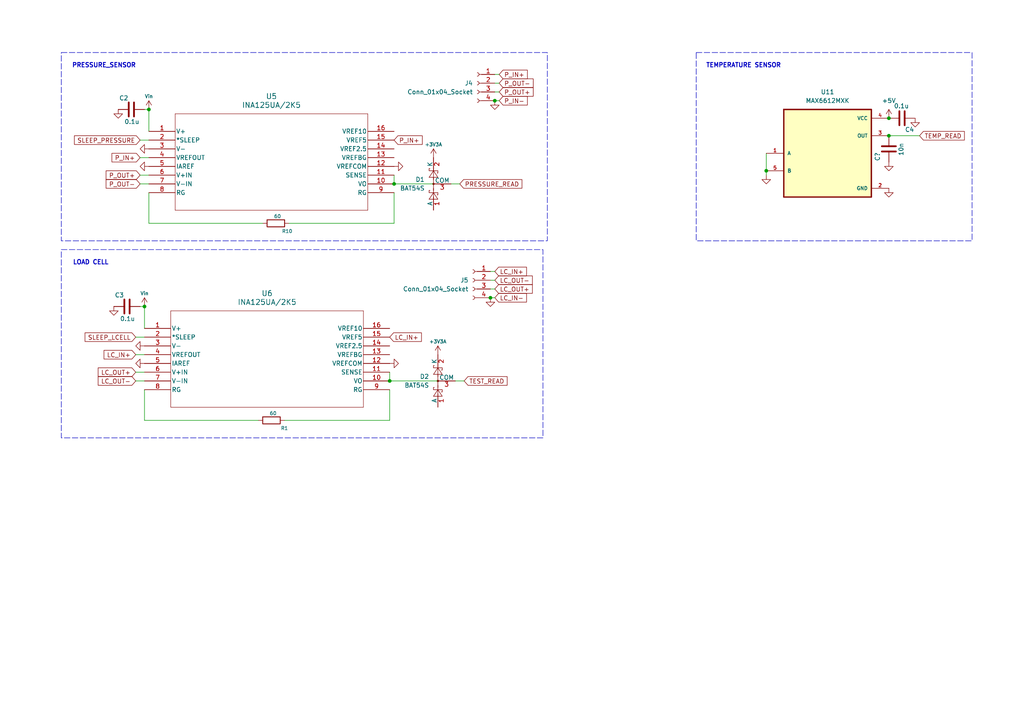
<source format=kicad_sch>
(kicad_sch (version 20250114) (generator "eeschema") (generator_version "9.0")
  (paper "A4")
  (lib_symbols
    (symbol "2026-01-14_14-23-56:INA125UA_2K5" (pin_names (offset 0.254))
      (property "Reference" "U" (at 35.56 10.16 0))
      (property "Value" "INA125UA/2K5" (at 35.56 7.62 0))
      (symbol "INA125UA_2K5_0_1"
        (polyline (pts (xy 7.62 5.08) (xy 7.62 -22.86)) (stroke (width 0.127)))
        (polyline (pts (xy 7.62 -22.86) (xy 63.5 -22.86)) (stroke (width 0.127)))
        (polyline (pts (xy 63.5 5.08) (xy 7.62 5.08)) (stroke (width 0.127)))
        (polyline (pts (xy 63.5 -22.86) (xy 63.5 5.08)) (stroke (width 0.127)))
        (pin power_in line (at 0 0 0) (length 7.62) (name "V+") (number "1"))
        (pin unspecified line (at 0 -2.54 0) (length 7.62) (name "*SLEEP") (number "2"))
        (pin power_in line (at 0 -5.08 0) (length 7.62) (name "V-") (number "3"))
        (pin output line (at 0 -7.62 0) (length 7.62) (name "VREFOUT") (number "4"))
        (pin unspecified line (at 0 -10.16 0) (length 7.62) (name "IAREF") (number "5"))
        (pin input line (at 0 -12.7 0) (length 7.62) (name "V+IN") (number "6"))
        (pin input line (at 0 -15.24 0) (length 7.62) (name "V-IN") (number "7"))
        (pin unspecified line (at 0 -17.78 0) (length 7.62) (name "RG") (number "8"))
        (pin power_in line (at 71.12 0 180) (length 7.62) (name "VREF10") (number "16"))
        (pin power_in line (at 71.12 -2.54 180) (length 7.62) (name "VREF5") (number "15"))
        (pin power_in line (at 71.12 -5.08 180) (length 7.62) (name "VREF2.5") (number "14"))
        (pin power_in line (at 71.12 -7.62 180) (length 7.62) (name "VREFBG") (number "13"))
        (pin power_in line (at 71.12 -10.16 180) (length 7.62) (name "VREFCOM") (number "12"))
        (pin unspecified line (at 71.12 -12.7 180) (length 7.62) (name "SENSE") (number "11"))
        (pin output line (at 71.12 -15.24 180) (length 7.62) (name "VO") (number "10"))
        (pin unspecified line (at 71.12 -17.78 180) (length 7.62) (name "RG") (number "9"))
      )
    )
    (symbol "Connector:Conn_01x04_Socket" (pin_names (offset 1.016) (hide yes))
      (property "Reference" "J" (at 0 5.08 0))
      (property "Value" "Conn_01x04_Socket" (at 0 -7.62 0))
      (symbol "Conn_01x04_Socket_1_1"
        (polyline (pts (xy -1.27 2.54) (xy -0.508 2.54)) (stroke (width 0.1524)))
        (polyline (pts (xy -1.27 0) (xy -0.508 0)) (stroke (width 0.1524)))
        (polyline (pts (xy -1.27 -2.54) (xy -0.508 -2.54)) (stroke (width 0.1524)))
        (polyline (pts (xy -1.27 -5.08) (xy -0.508 -5.08)) (stroke (width 0.1524)))
        (arc (start 0 2.032) (mid -0.5058 2.54) (end 0 3.048) (stroke (width 0.1524)))
        (arc (start 0 -0.508) (mid -0.5058 0) (end 0 0.508) (stroke (width 0.1524)))
        (arc (start 0 -3.048) (mid -0.5058 -2.54) (end 0 -2.032) (stroke (width 0.1524)))
        (arc (start 0 -5.588) (mid -0.5058 -5.08) (end 0 -4.572) (stroke (width 0.1524)))
        (pin passive line (at -5.08 2.54 0) (length 3.81) (name "Pin_1") (number "1"))
        (pin passive line (at -5.08 0 0) (length 3.81) (name "Pin_2") (number "2"))
        (pin passive line (at -5.08 -2.54 0) (length 3.81) (name "Pin_3") (number "3"))
        (pin passive line (at -5.08 -5.08 0) (length 3.81) (name "Pin_4") (number "4"))
      )
    )
    (symbol "Device:C" (pin_numbers (hide yes)) (pin_names (offset 0.254))
      (property "Reference" "C" (at 0.635 2.54 0))
      (property "Value" "C" (at 0.635 -2.54 0))
      (symbol "C_0_1"
        (polyline (pts (xy -2.032 0.762) (xy 2.032 0.762)) (stroke (width 0.508)))
        (polyline (pts (xy -2.032 -0.762) (xy 2.032 -0.762)) (stroke (width 0.508)))
      )
      (symbol "C_1_1"
        (pin passive line (at 0 3.81 270) (length 2.794) (name "~") (number "1"))
        (pin passive line (at 0 -3.81 90) (length 2.794) (name "~") (number "2"))
      )
    )
    (symbol "Device:R" (pin_numbers (hide yes)) (pin_names (offset 0))
      (property "Reference" "R" (at 2.032 0 90))
      (property "Value" "R" (at 0 0 90))
      (symbol "R_0_1"
        (rectangle (start -1.016 -2.54) (end 1.016 2.54) (stroke (width 0.254)))
      )
      (symbol "R_1_1"
        (pin passive line (at 0 3.81 270) (length 1.27) (name "~") (number "1"))
        (pin passive line (at 0 -3.81 90) (length 1.27) (name "~") (number "2"))
      )
    )
    (symbol "Diode:BAT54S" (pin_names (offset 0))
      (property "Reference" "D" (at 2.54 -5.08 0))
      (property "Value" "BAT54S" (at -6.35 3.175 0))
      (symbol "BAT54S_0_1"
        (polyline (pts (xy -4.445 1.27) (xy -4.445 -1.27) (xy -2.54 0) (xy -4.445 1.27)))
        (polyline (pts (xy -3.81 0) (xy -1.27 0)))
        (polyline (pts (xy -3.175 -1.27) (xy -3.175 -1.016)))
        (polyline (pts (xy -2.54 1.27) (xy -1.905 1.27)))
        (polyline (pts (xy -2.54 -1.27) (xy -3.175 -1.27)))
        (polyline (pts (xy -2.54 -1.27) (xy -2.54 1.27)))
        (polyline (pts (xy -1.905 1.27) (xy -1.905 1.016)))
        (polyline (pts (xy -1.905 0) (xy 1.905 0)))
        (circle (center 0 0) (radius 0.254) (fill (type outline)))
        (polyline (pts (xy 1.27 0) (xy 3.81 0)))
        (polyline (pts (xy 1.905 1.27) (xy 1.905 -1.27) (xy 3.81 0) (xy 1.905 1.27)))
        (polyline (pts (xy 3.175 -1.27) (xy 3.175 -1.016)))
        (polyline (pts (xy 3.81 1.27) (xy 4.445 1.27)))
        (polyline (pts (xy 3.81 -1.27) (xy 3.175 -1.27)))
        (polyline (pts (xy 3.81 -1.27) (xy 3.81 1.27)))
        (polyline (pts (xy 4.445 1.27) (xy 4.445 1.016)))
      )
      (symbol "BAT54S_1_1"
        (pin passive line (at -7.62 0 0) (length 3.81) (name "A") (number "1"))
        (pin passive line (at 0 -5.08 90) (length 5.08) (name "COM") (number "3"))
        (pin passive line (at 7.62 0 180) (length 3.81) (name "K") (number "2"))
      )
    )
    (symbol "MAX6612MXK:MAX6612MXK" (pin_names (offset 1.016))
      (property "Reference" "U" (at -12.7 13.7 0))
      (property "Value" "MAX6612MXK" (at -12.7 -16.7 0))
      (symbol "MAX6612MXK_0_0"
        (rectangle (start -12.7 -12.7) (end 12.7 12.7) (stroke (width 0.41)) (fill (type background)))
        (pin bidirectional line (at -17.78 0 0) (length 5.08) (name "A") (number "1"))
        (pin bidirectional line (at -17.78 -5.08 0) (length 5.08) (name "B") (number "5"))
        (pin power_in line (at 17.78 10.16 180) (length 5.08) (name "VCC") (number "4"))
        (pin output line (at 17.78 5.08 180) (length 5.08) (name "OUT") (number "3"))
        (pin power_in line (at 17.78 -10.16 180) (length 5.08) (name "GND") (number "2"))
      )
    )
    (symbol "power:+12V" (power) (pin_names (offset 0))
      (property "Value" "+12V" (at 0 3.556 0))
      (symbol "+12V_0_1"
        (polyline (pts (xy -0.762 1.27) (xy 0 2.54)))
        (polyline (pts (xy 0 2.54) (xy 0.762 1.27)))
        (polyline (pts (xy 0 0) (xy 0 2.54)))
      )
      (symbol "+12V_1_1"
        (pin power_in line (at 0 0 90) (length 0) (hide yes) (name "+12V") (number "1"))
      )
    )
    (symbol "power:+3V3" (power) (pin_names (offset 0))
      (property "Value" "+3V3" (at 0 3.556 0))
      (symbol "+3V3_0_1"
        (polyline (pts (xy -0.762 1.27) (xy 0 2.54)))
        (polyline (pts (xy 0 2.54) (xy 0.762 1.27)))
        (polyline (pts (xy 0 0) (xy 0 2.54)))
      )
      (symbol "+3V3_1_1"
        (pin power_in line (at 0 0 90) (length 0) (hide yes) (name "+3V3") (number "1"))
      )
    )
    (symbol "power:+5V" (power) (pin_numbers (hide yes)) (pin_names (offset 0) (hide yes))
      (property "Value" "+5V" (at 0 3.556 0))
      (symbol "+5V_0_1"
        (polyline (pts (xy -0.762 1.27) (xy 0 2.54)))
        (polyline (pts (xy 0 2.54) (xy 0.762 1.27)))
        (polyline (pts (xy 0 0) (xy 0 2.54)))
      )
      (symbol "+5V_1_1"
        (pin power_in line (at 0 0 90) (length 0) (name "~") (number "1"))
      )
    )
    (symbol "power:GND" (power) (pin_names (offset 0))
      (property "Value" "GND" (at 0 -3.81 0))
      (symbol "GND_0_1"
        (polyline (pts (xy 0 0) (xy 0 -1.27) (xy 1.27 -1.27) (xy 0 -2.54) (xy -1.27 -1.27) (xy 0 -1.27)))
      )
      (symbol "GND_1_1"
        (pin power_in line (at 0 0 270) (length 0) (hide yes) (name "GND") (number "1"))
      )
    )
  )
  (rectangle (start 201.93 15.24) (end 281.94 69.85) (stroke (width 0) (type dash)))
  (rectangle (start 17.78 15.24) (end 158.75 69.85) (stroke (width 0) (type dash)))
  (rectangle (start 17.78 72.39) (end 157.48 127) (stroke (width 0) (type dash)))
  (text "TEMPERATURE SENSOR" (at 204.724 19.812 0) (effects (font (size 1.27 1.27) (thickness 0.254) (bold yes)) (justify left bottom)))
  (text "LOAD CELL" (at 21.082 76.962 0) (effects (font (size 1.27 1.27) (thickness 0.254) (bold yes)) (justify left bottom)))
  (text "PRESSURE_SENSOR" (at 20.828 19.812 0) (effects (font (size 1.27 1.27) (thickness 0.254) (bold yes)) (justify left bottom)))
  (junction (at 41.91 88.9))
  (junction (at 257.81 34.29))
  (junction (at 257.81 39.37))
  (junction (at 114.3 53.34))
  (junction (at 142.24 86.36))
  (junction (at 113.03 110.49))
  (junction (at 222.25 49.53))
  (junction (at 143.51 29.21))
  (junction (at 43.18 31.75))
  (wire (pts (xy 114.3 50.8) (xy 114.3 53.34)))
  (wire (pts (xy 41.91 95.25) (xy 41.91 88.9)))
  (wire (pts (xy 257.81 39.37) (xy 266.7 39.37)))
  (wire (pts (xy 144.78 24.13) (xy 143.51 24.13)))
  (wire (pts (xy 144.78 21.59) (xy 143.51 21.59)))
  (wire (pts (xy 114.3 64.77) (xy 114.3 55.88)))
  (wire (pts (xy 41.91 121.92) (xy 41.91 113.03)))
  (wire (pts (xy 39.37 110.49) (xy 41.91 110.49)))
  (wire (pts (xy 143.51 78.74) (xy 142.24 78.74)))
  (wire (pts (xy 76.2 64.77) (xy 43.18 64.77)))
  (wire (pts (xy 113.03 107.95) (xy 113.03 110.49)))
  (wire (pts (xy 43.18 31.75) (xy 41.91 31.75)))
  (wire (pts (xy 40.64 40.64) (xy 43.18 40.64)))
  (wire (pts (xy 41.91 88.9) (xy 40.64 88.9)))
  (wire (pts (xy 113.03 110.49) (xy 127 110.49)))
  (wire (pts (xy 74.93 121.92) (xy 41.91 121.92)))
  (wire (pts (xy 39.37 102.87) (xy 41.91 102.87)))
  (wire (pts (xy 144.78 29.21) (xy 143.51 29.21)))
  (wire (pts (xy 43.18 64.77) (xy 43.18 55.88)))
  (wire (pts (xy 144.78 26.67) (xy 143.51 26.67)))
  (wire (pts (xy 222.25 50.8) (xy 222.25 49.53)))
  (wire (pts (xy 143.51 81.28) (xy 142.24 81.28)))
  (wire (pts (xy 43.18 38.1) (xy 43.18 31.75)))
  (wire (pts (xy 40.64 50.8) (xy 43.18 50.8)))
  (wire (pts (xy 143.51 83.82) (xy 142.24 83.82)))
  (wire (pts (xy 39.37 97.79) (xy 41.91 97.79)))
  (wire (pts (xy 82.55 121.92) (xy 113.03 121.92)))
  (wire (pts (xy 134.62 110.49) (xy 132.08 110.49)))
  (wire (pts (xy 83.82 64.77) (xy 114.3 64.77)))
  (wire (pts (xy 114.3 53.34) (xy 125.73 53.34)))
  (wire (pts (xy 130.81 53.34) (xy 133.35 53.34)))
  (wire (pts (xy 222.25 44.45) (xy 222.25 49.53)))
  (wire (pts (xy 40.64 53.34) (xy 43.18 53.34)))
  (wire (pts (xy 39.37 107.95) (xy 41.91 107.95)))
  (wire (pts (xy 113.03 121.92) (xy 113.03 113.03)))
  (wire (pts (xy 40.64 45.72) (xy 43.18 45.72)))
  (wire (pts (xy 143.51 86.36) (xy 142.24 86.36)))
  (global_label "P_OUT+" (shape input) (at 144.78 26.67 0) (property "Intersheetrefs" "${INTERSHEET_REFS}" (effects (hide yes))))
  (global_label "LC_OUT-" (shape input) (at 143.51 81.28 0) (property "Intersheetrefs" "${INTERSHEET_REFS}" (effects (hide yes))))
  (global_label "P_OUT+" (shape input) (at 40.64 50.8 180) (property "Intersheetrefs" "${INTERSHEET_REFS}" (effects (hide yes))))
  (global_label "LC_IN+" (shape input) (at 143.51 78.74 0) (property "Intersheetrefs" "${INTERSHEET_REFS}" (effects (hide yes))))
  (global_label "P_IN+" (shape input) (at 40.64 45.72 180) (property "Intersheetrefs" "${INTERSHEET_REFS}" (effects (hide yes))))
  (global_label "P_IN+" (shape input) (at 144.78 21.59 0) (property "Intersheetrefs" "${INTERSHEET_REFS}" (effects (hide yes))))
  (global_label "P_OUT-" (shape input) (at 40.64 53.34 180) (property "Intersheetrefs" "${INTERSHEET_REFS}" (effects (hide yes))))
  (global_label "P_IN+" (shape input) (at 114.3 40.64 0) (property "Intersheetrefs" "${INTERSHEET_REFS}" (effects (hide yes))))
  (global_label "LC_IN-" (shape input) (at 143.51 86.36 0) (property "Intersheetrefs" "${INTERSHEET_REFS}" (effects (hide yes))))
  (global_label "SLEEP_PRESSURE" (shape input) (at 40.64 40.64 180) (property "Intersheetrefs" "${INTERSHEET_REFS}" (effects (hide yes))))
  (global_label "PRESSURE_READ" (shape input) (at 133.35 53.34 0) (property "Intersheetrefs" "${INTERSHEET_REFS}" (effects (hide yes))))
  (global_label "LC_OUT+" (shape input) (at 39.37 107.95 180) (property "Intersheetrefs" "${INTERSHEET_REFS}" (effects (hide yes))))
  (global_label "SLEEP_LCELL" (shape input) (at 39.37 97.79 180) (property "Intersheetrefs" "${INTERSHEET_REFS}" (effects (hide yes))))
  (global_label "LC_OUT-" (shape input) (at 39.37 110.49 180) (property "Intersheetrefs" "${INTERSHEET_REFS}" (effects (hide yes))))
  (global_label "TEMP_READ" (shape input) (at 266.7 39.37 0) (property "Intersheetrefs" "${INTERSHEET_REFS}" (effects (hide yes))))
  (global_label "LC_OUT+" (shape input) (at 143.51 83.82 0) (property "Intersheetrefs" "${INTERSHEET_REFS}" (effects (hide yes))))
  (global_label "P_OUT-" (shape input) (at 144.78 24.13 0) (property "Intersheetrefs" "${INTERSHEET_REFS}" (effects (hide yes))))
  (global_label "TEST_READ" (shape input) (at 134.62 110.49 0) (property "Intersheetrefs" "${INTERSHEET_REFS}" (effects (hide yes))))
  (global_label "P_IN-" (shape input) (at 144.78 29.21 0) (property "Intersheetrefs" "${INTERSHEET_REFS}" (effects (hide yes))))
  (global_label "LC_IN+" (shape input) (at 113.03 97.79 0) (property "Intersheetrefs" "${INTERSHEET_REFS}" (effects (hide yes))))
  (global_label "LC_IN+" (shape input) (at 39.37 102.87 180) (property "Intersheetrefs" "${INTERSHEET_REFS}" (effects (hide yes))))
  (symbol (lib_id "Diode:BAT54S") (at 125.73 53.34 90) (unit 1)
    (property "Reference" "D1" (at 123.19 52.0699 90) (effects (justify left)))
    (property "Value" "BAT54S" (at 123.19 54.6099 90) (effects (justify left)))
    (property "Footprint" "Package_TO_SOT_SMD:SOT-23" (effects (hide yes)))
    (property "Datasheet" "https://www.diodes.com/assets/Datasheets/ds11005.pdf" (effects (hide yes)))
    (property "Description" "Vr 30V, If 200mA, Dual schottky barrier diode, in series, SOT-323" (effects (hide yes)))
  )
  (symbol (lib_id "power:GND") (at 265.43 34.29 0) (unit 1)
    (property "Reference" "#PWR083" (effects (hide yes)))
    (property "Value" "GND" (effects (hide yes)))
  )
  (symbol (lib_id "power:GND") (at 43.18 48.26 270) (unit 1)
    (property "Reference" "#PWR07" (effects (hide yes)))
    (property "Value" "GND" (effects (hide yes)))
  )
  (symbol (lib_id "Connector:Conn_01x04_Socket") (at 137.16 81.28 0) (mirror y) (unit 1)
    (property "Reference" "J5" (at 135.89 81.2799 0) (effects (justify left)))
    (property "Value" "Conn_01x04_Socket" (at 135.89 83.8199 0) (effects (justify left)))
    (property "Description" "Generic connector, single row, 01x04, script generated" (effects (hide yes)))
  )
  (symbol (lib_id "Diode:BAT54S") (at 127 110.49 90) (unit 1)
    (property "Reference" "D2" (at 124.46 109.2199 90) (effects (justify left)))
    (property "Value" "BAT54S" (at 124.46 111.7599 90) (effects (justify left)))
    (property "Footprint" "Package_TO_SOT_SMD:SOT-23" (effects (hide yes)))
    (property "Datasheet" "https://www.diodes.com/assets/Datasheets/ds11005.pdf" (effects (hide yes)))
    (property "Description" "Vr 30V, If 200mA, Dual schottky barrier diode, in series, SOT-323" (effects (hide yes)))
  )
  (symbol (lib_id "power:+3V3") (at 127 102.87 0) (unit 1)
    (property "Reference" "#PWR075" (effects (hide yes)))
    (property "Value" "+3V3A" (at 127 99.06 0) (effects (font (size 1 1))))
  )
  (symbol (lib_id "Device:C") (at 261.62 34.29 90) (unit 1)
    (property "Reference" "C4" (at 265.176 37.592 90) (effects (justify left)))
    (property "Value" "0.1u" (at 263.652 30.734 90) (effects (justify left)))
    (property "Description" "Unpolarized capacitor" (effects (hide yes)))
  )
  (symbol (lib_id "power:GND") (at 41.91 100.33 270) (unit 1)
    (property "Reference" "#PWR072" (effects (hide yes)))
    (property "Value" "GND" (effects (hide yes)))
  )
  (symbol (lib_id "power:GND") (at 41.91 105.41 270) (unit 1)
    (property "Reference" "#PWR073" (effects (hide yes)))
    (property "Value" "GND" (effects (hide yes)))
  )
  (symbol (lib_id "power:GND") (at 257.81 46.99 0) (unit 1)
    (property "Reference" "#PWR082" (effects (hide yes)))
    (property "Value" "GND" (effects (hide yes)))
  )
  (symbol (lib_id "power:+3V3") (at 125.73 45.72 0) (unit 1)
    (property "Reference" "#PWR039" (effects (hide yes)))
    (property "Value" "+3V3A" (at 125.73 41.91 0) (effects (font (size 1 1))))
  )
  (symbol (lib_id "Device:C") (at 257.81 43.18 0) (unit 1)
    (property "Reference" "C?" (at 254.508 46.736 90) (effects (justify left)))
    (property "Value" "10n" (at 261.366 45.212 90) (effects (justify left)))
    (property "Description" "Unpolarized capacitor" (effects (hide yes)))
  )
  (symbol (lib_id "MAX6612MXK:MAX6612MXK") (at 240.03 44.45 0) (unit 1)
    (property "Reference" "U11" (at 240.03 26.67 0))
    (property "Value" "MAX6612MXK" (at 240.03 29.21 0))
    (property "Footprint" "MAX6612MXK:SOT65P210X110-5N" (effects (hide yes)))
    (property "Datasheet" "https://www.digikey.ca/fr/products/detail/analog-devices-inc-maxim-integrated/MAX6612MXK-T/1520357" (effects (hide yes)))
    (property "DigiKey_Part_Number" "MAX6612MXK+TCT-ND" (effects (hide yes)))
    (property "Manufacturer_Part_Number" "MAX6612MXK+T" (effects (hide yes)))
  )
  (symbol (lib_id "power:GND") (at 113.03 105.41 90) (unit 1)
    (property "Reference" "#PWR074" (effects (hide yes)))
    (property "Value" "GND" (effects (hide yes)))
  )
  (symbol (lib_id "power:GND") (at 43.18 43.18 270) (unit 1)
    (property "Reference" "#PWR069" (effects (hide yes)))
    (property "Value" "GND" (effects (hide yes)))
  )
  (symbol (lib_id "power:GND") (at 143.51 29.21 0) (unit 1)
    (property "Reference" "#PWR078" (effects (hide yes)))
    (property "Value" "GND" (effects (hide yes)))
  )
  (symbol (lib_id "Device:R") (at 78.74 121.92 270) (unit 1)
    (property "Reference" "R1" (at 83.566 124.206 90) (effects (font (size 1 1)) (justify right)))
    (property "Value" "60" (at 80.264 119.888 90) (effects (font (size 1 1)) (justify right)))
    (property "Footprint" "Resistor_SMD:R_0805_2012Metric" (effects (hide yes)))
  )
  (symbol (lib_id "power:GND") (at 142.24 86.36 0) (unit 1)
    (property "Reference" "#PWR076" (effects (hide yes)))
    (property "Value" "GND" (effects (hide yes)))
  )
  (symbol (lib_id "Connector:Conn_01x04_Socket") (at 138.43 24.13 0) (mirror y) (unit 1)
    (property "Reference" "J4" (at 137.16 24.1299 0) (effects (justify left)))
    (property "Value" "Conn_01x04_Socket" (at 137.16 26.6699 0) (effects (justify left)))
    (property "Description" "Generic connector, single row, 01x04, script generated" (effects (hide yes)))
  )
  (symbol (lib_id "power:GND") (at 33.02 88.9 0) (unit 1)
    (property "Reference" "#PWR041" (effects (hide yes)))
    (property "Value" "GND" (effects (hide yes)))
  )
  (symbol (lib_id "power:+12V") (at 43.18 31.75 0) (unit 1)
    (property "Reference" "#PWR050" (effects (hide yes)))
    (property "Value" "Vin" (at 43.18 27.94 0) (effects (font (size 1 1))))
  )
  (symbol (lib_id "power:+5V") (at 257.81 34.29 0) (unit 1)
    (property "Reference" "#PWR081" (effects (hide yes)))
    (property "Value" "+5V" (at 257.81 29.21 0))
    (property "Description" "Power symbol creates a global label with name \"+5V\"" (effects (hide yes)))
  )
  (symbol (lib_id "power:GND") (at 257.81 54.61 0) (unit 1)
    (property "Reference" "#PWR080" (effects (hide yes)))
    (property "Value" "GND" (effects (hide yes)))
  )
  (symbol (lib_id "2026-01-14_14-23-56:INA125UA_2K5") (at 41.91 95.25 0) (unit 1)
    (property "Reference" "U6" (at 77.47 85.09 0) (effects (font (size 1.524 1.524))))
    (property "Value" "INA125UA/2K5" (at 77.47 87.63 0) (effects (font (size 1.524 1.524))))
    (property "Footprint" "D16" (effects (hide yes)))
    (property "Datasheet" "https://www.ti.com/lit/gpn/ina125" (effects (hide yes)))
  )
  (symbol (lib_id "power:+12V") (at 41.91 88.9 0) (unit 1)
    (property "Reference" "#PWR070" (effects (hide yes)))
    (property "Value" "Vin" (at 41.91 85.09 0) (effects (font (size 1 1))))
  )
  (symbol (lib_id "power:GND") (at 222.25 50.8 0) (unit 1)
    (property "Reference" "#PWR079" (effects (hide yes)))
    (property "Value" "GND" (effects (hide yes)))
  )
  (symbol (lib_id "Device:C") (at 38.1 31.75 270) (unit 1)
    (property "Reference" "C2" (at 34.544 28.448 90) (effects (justify left)))
    (property "Value" "0.1u" (at 36.068 35.306 90) (effects (justify left)))
    (property "Description" "Unpolarized capacitor" (effects (hide yes)))
  )
  (symbol (lib_id "power:GND") (at 34.29 31.75 0) (unit 1)
    (property "Reference" "#PWR068" (effects (hide yes)))
    (property "Value" "GND" (effects (hide yes)))
  )
  (symbol (lib_id "2026-01-14_14-23-56:INA125UA_2K5") (at 43.18 38.1 0) (unit 1)
    (property "Reference" "U5" (at 78.74 27.94 0) (effects (font (size 1.524 1.524))))
    (property "Value" "INA125UA/2K5" (at 78.74 30.48 0) (effects (font (size 1.524 1.524))))
    (property "Footprint" "D16" (effects (hide yes)))
    (property "Datasheet" "https://www.ti.com/lit/gpn/ina125" (effects (hide yes)))
  )
  (symbol (lib_id "Device:R") (at 80.01 64.77 270) (unit 1)
    (property "Reference" "R10" (at 84.836 67.056 90) (effects (font (size 1 1)) (justify right)))
    (property "Value" "60" (at 81.534 62.738 90) (effects (font (size 1 1)) (justify right)))
    (property "Footprint" "Resistor_SMD:R_0805_2012Metric" (effects (hide yes)))
  )
  (symbol (lib_id "power:GND") (at 114.3 48.26 90) (unit 1)
    (property "Reference" "#PWR037" (effects (hide yes)))
    (property "Value" "GND" (effects (hide yes)))
  )
  (symbol (lib_id "Device:C") (at 36.83 88.9 270) (unit 1)
    (property "Reference" "C3" (at 33.274 85.598 90) (effects (justify left)))
    (property "Value" "0.1u" (at 34.798 92.456 90) (effects (justify left)))
    (property "Description" "Unpolarized capacitor" (effects (hide yes)))
  )
)
</source>
